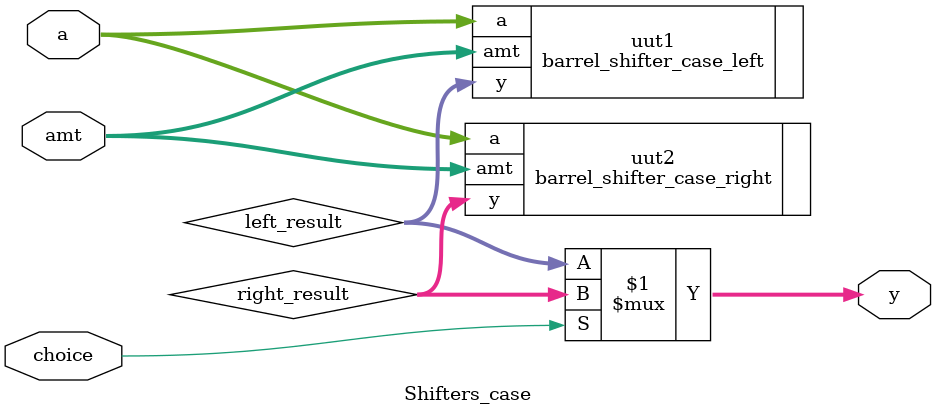
<source format=v>
`timescale 1ns / 1ps

module Shifters_case(
    input wire [7:0] a,
    input wire [2:0] amt,
    input wire choice,
    output wire [7:0] y
    );
    
    wire [7:0] left_result;
    wire [7:0] right_result;    
    
    barrel_shifter_case_left uut1(
        .a(a),
        .amt(amt),
        .y(left_result)
    );
    
    barrel_shifter_case_right uut2(
        .a(a),
        .amt(amt),
        .y(right_result)
    );
    
    assign y = choice? right_result : left_result;
    
endmodule

</source>
